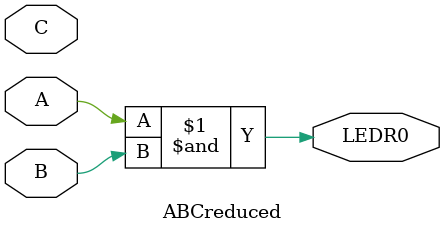
<source format=sv>

module ABCreduced ( LEDR0, A, B, C);

	input logic A, B, C;
	output logic LEDR0;
	
	assign LEDR0 = A & B;
	
	
	

endmodule

</source>
